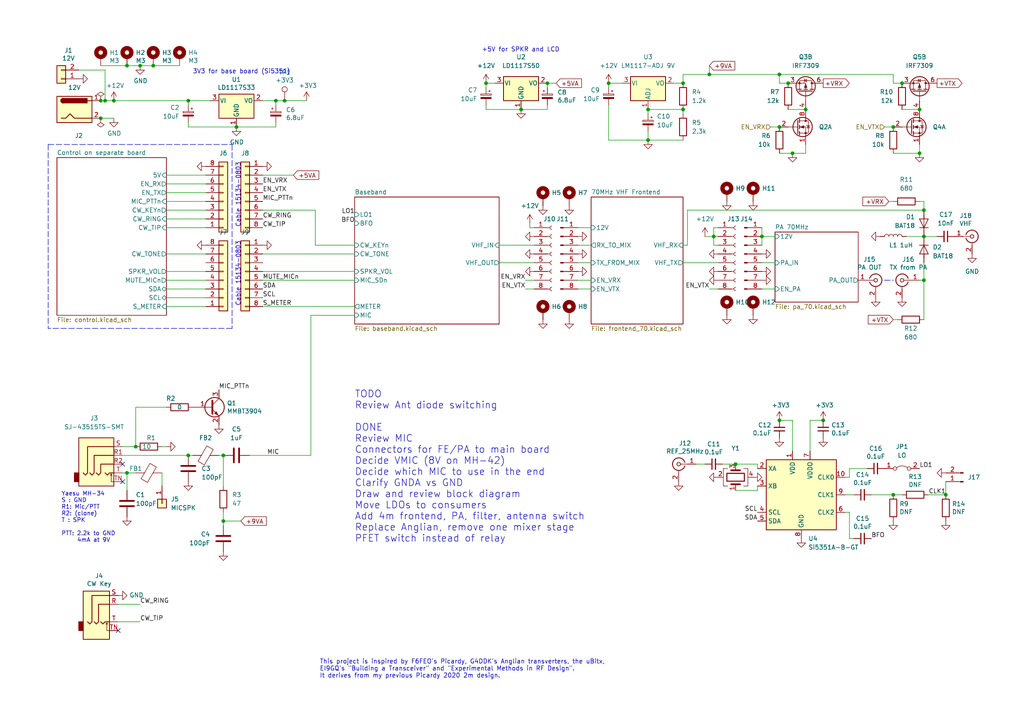
<source format=kicad_sch>
(kicad_sch (version 20211123) (generator eeschema)

  (uuid 7c83c304-769a-4be4-890e-297aba22b5b9)

  (paper "A4")

  (title_block
    (title "DART-70 TRX")
    (date "2023-01-22")
    (rev "0")
    (company "HB9EGM")
    (comment 1 "A 4m Band SSB/CW Transceiver")
  )

  

  (junction (at 29.21 29.21) (diameter 0) (color 0 0 0 0)
    (uuid 0a082e3d-5a37-45bf-9936-1925b33d6b4f)
  )
  (junction (at 228.6 24.13) (diameter 0) (color 0 0 0 0)
    (uuid 0d713598-e0d7-4b64-806d-d27b5ae84128)
  )
  (junction (at 259.08 143.51) (diameter 0) (color 0 0 0 0)
    (uuid 11ea7b85-b26d-4a7d-aaed-956352284452)
  )
  (junction (at 40.64 19.05) (diameter 0) (color 0 0 0 0)
    (uuid 130d74aa-cfde-4c45-8bfe-183aacd4590f)
  )
  (junction (at 266.7 44.45) (diameter 0) (color 0 0 0 0)
    (uuid 1379c036-b3e0-455b-b639-0f5dd015d03b)
  )
  (junction (at 198.12 24.13) (diameter 0) (color 0 0 0 0)
    (uuid 13b9a948-b29a-4475-8f42-f20ed3ed1c6a)
  )
  (junction (at 80.01 29.21) (diameter 0) (color 0 0 0 0)
    (uuid 1c29ab88-8089-4a9f-b0ec-e0493fb70d1a)
  )
  (junction (at 33.02 29.21) (diameter 0) (color 0 0 0 0)
    (uuid 1fa90692-7773-42d6-8ba8-8ed55432226b)
  )
  (junction (at 30.48 29.21) (diameter 0) (color 0 0 0 0)
    (uuid 248900dc-9b0b-4fb0-8b44-20e56324d88d)
  )
  (junction (at 29.21 34.29) (diameter 0) (color 0 0 0 0)
    (uuid 2bb5e7ab-7e6e-4e4b-8997-824caea277e9)
  )
  (junction (at 226.06 36.83) (diameter 0) (color 0 0 0 0)
    (uuid 2c691037-8de1-4537-a0ef-41ed59613839)
  )
  (junction (at 187.96 31.75) (diameter 0) (color 0 0 0 0)
    (uuid 398ec90b-61af-4d36-9539-63397d126e21)
  )
  (junction (at 226.06 121.92) (diameter 0) (color 0 0 0 0)
    (uuid 3c03082b-2981-4df2-bc33-6ce03d4158b2)
  )
  (junction (at 238.76 121.92) (diameter 0) (color 0 0 0 0)
    (uuid 4049e650-6035-45af-a547-48a992b127be)
  )
  (junction (at 198.12 31.75) (diameter 0) (color 0 0 0 0)
    (uuid 4242ccf2-3c4d-4a22-8247-2311c54121ff)
  )
  (junction (at 267.97 68.58) (diameter 0) (color 0 0 0 0)
    (uuid 43df9b13-487d-4795-8053-4ad8b2cbb873)
  )
  (junction (at 226.06 21.59) (diameter 0) (color 0 0 0 0)
    (uuid 4750ee37-26c3-426a-a03a-0a50ee4de791)
  )
  (junction (at 36.83 19.05) (diameter 0) (color 0 0 0 0)
    (uuid 48d3528f-d200-4dbf-87c6-2835721afb0e)
  )
  (junction (at 54.61 29.21) (diameter 0) (color 0 0 0 0)
    (uuid 547281cc-eb15-43de-9560-1b10e39a19ed)
  )
  (junction (at 233.68 31.75) (diameter 0) (color 0 0 0 0)
    (uuid 5591956a-807b-4208-83a4-6327422e118a)
  )
  (junction (at 39.37 129.54) (diameter 0) (color 0 0 0 0)
    (uuid 5cc7d9f6-bcf8-4ce3-a388-e95342b89483)
  )
  (junction (at 259.08 36.83) (diameter 0) (color 0 0 0 0)
    (uuid 906f16af-3f1b-4545-bda0-18ebce89ce96)
  )
  (junction (at 140.97 24.13) (diameter 0) (color 0 0 0 0)
    (uuid 91bb5e66-90e9-4aff-b233-5b8d53e4ad1c)
  )
  (junction (at 267.97 60.96) (diameter 0) (color 0 0 0 0)
    (uuid 97793736-d570-4f2c-8a66-106f7d23b4a8)
  )
  (junction (at 176.53 24.13) (diameter 0) (color 0 0 0 0)
    (uuid a01cdcc4-8ed1-4b36-8702-1b68481a60d9)
  )
  (junction (at 187.96 40.64) (diameter 0) (color 0 0 0 0)
    (uuid a13e5fb2-5800-4421-9e39-63277f01a71d)
  )
  (junction (at 82.55 29.21) (diameter 0) (color 0 0 0 0)
    (uuid a99cd17b-9938-46df-92bb-88378a42ecd6)
  )
  (junction (at 274.32 143.51) (diameter 0) (color 0 0 0 0)
    (uuid a9fed849-c0d2-45ff-802c-7da3e4c52c0a)
  )
  (junction (at 68.58 36.83) (diameter 0) (color 0 0 0 0)
    (uuid b0c265f7-c716-45d5-8397-630db4d2cf65)
  )
  (junction (at 205.74 21.59) (diameter 0) (color 0 0 0 0)
    (uuid b48c282b-d280-4718-bf3a-caf683cb767c)
  )
  (junction (at 64.77 151.13) (diameter 0) (color 0 0 0 0)
    (uuid b737254e-6fc5-401e-b41d-577a8b632512)
  )
  (junction (at 229.87 44.45) (diameter 0) (color 0 0 0 0)
    (uuid d26d0a63-c69d-4774-9fba-12ed686b99f6)
  )
  (junction (at 44.45 19.05) (diameter 0) (color 0 0 0 0)
    (uuid d4b4dbc7-e763-47b2-a6cb-b5c021db8bcc)
  )
  (junction (at 36.83 137.16) (diameter 0) (color 0 0 0 0)
    (uuid d4c3f5bf-47cb-4030-92b0-bec21d62f389)
  )
  (junction (at 261.62 24.13) (diameter 0) (color 0 0 0 0)
    (uuid d531b677-92b2-4589-8265-ffb9f0a9f471)
  )
  (junction (at 54.61 132.08) (diameter 0) (color 0 0 0 0)
    (uuid d7ecc3d2-2b6e-4e36-92b9-1b58fb257359)
  )
  (junction (at 64.77 132.08) (diameter 0) (color 0 0 0 0)
    (uuid d9abc64c-b691-4ece-b128-4f1d7b31754f)
  )
  (junction (at 267.97 81.28) (diameter 0) (color 0 0 0 0)
    (uuid e2d3e851-e172-407b-bae2-5f89da65f833)
  )
  (junction (at 220.98 68.58) (diameter 0) (color 0 0 0 0)
    (uuid e4e1f9d9-3c4f-40b9-b469-d4aa31f8fa0b)
  )
  (junction (at 158.75 24.13) (diameter 0) (color 0 0 0 0)
    (uuid eb69835d-9be6-45e6-b58c-d2902ddb8fb1)
  )
  (junction (at 266.7 31.75) (diameter 0) (color 0 0 0 0)
    (uuid eeabe6f1-2db7-4eed-bd0c-6e41b390284d)
  )
  (junction (at 151.13 31.75) (diameter 0) (color 0 0 0 0)
    (uuid f74be2ca-c140-4c85-937a-a008e4f4ddb7)
  )
  (junction (at 213.36 134.62) (diameter 0) (color 0 0 0 0)
    (uuid f8c9e2c3-818f-482b-ad48-f9fb56a455b0)
  )
  (junction (at 207.01 68.58) (diameter 0) (color 0 0 0 0)
    (uuid fe103db2-cb49-496f-a97e-9e6a1288beb5)
  )

  (no_connect (at 35.56 139.7) (uuid 891b06d0-7775-40c2-8d16-5452402b91d5))
  (no_connect (at 34.29 182.88) (uuid 9e56fb84-5b0b-47eb-9ee7-e24e7c08829b))
  (no_connect (at 35.56 134.62) (uuid b2135387-8c57-44ac-8ab3-29b54b43f871))

  (polyline (pts (xy 256.54 81.28) (xy 259.08 81.28))
    (stroke (width 0) (type default) (color 0 0 0 0))
    (uuid 0001e022-bec2-4d62-9a4d-7f842d1f79be)
  )

  (wire (pts (xy 29.21 34.29) (xy 33.02 34.29))
    (stroke (width 0) (type default) (color 0 0 0 0))
    (uuid 002154dd-fd21-426e-8f51-d82382197384)
  )
  (wire (pts (xy 64.77 132.08) (xy 64.77 140.97))
    (stroke (width 0) (type default) (color 0 0 0 0))
    (uuid 008a59ee-36fb-4f36-a8b0-5cc99b1e8598)
  )
  (wire (pts (xy 220.98 68.58) (xy 224.79 68.58))
    (stroke (width 0) (type default) (color 0 0 0 0))
    (uuid 01ac92ba-5cd1-46c2-8ba4-cce3dbf5bdfe)
  )
  (wire (pts (xy 144.78 76.2) (xy 154.94 76.2))
    (stroke (width 0) (type default) (color 0 0 0 0))
    (uuid 05b80f11-716a-4d47-806e-b508d9c8845d)
  )
  (wire (pts (xy 246.38 138.43) (xy 245.11 138.43))
    (stroke (width 0) (type default) (color 0 0 0 0))
    (uuid 05f6334e-7131-4999-b788-1681af60d6df)
  )
  (wire (pts (xy 204.47 68.58) (xy 207.01 68.58))
    (stroke (width 0) (type default) (color 0 0 0 0))
    (uuid 083f0ed2-b3a6-4099-9652-454220d86a40)
  )
  (wire (pts (xy 167.64 66.04) (xy 171.45 66.04))
    (stroke (width 0) (type default) (color 0 0 0 0))
    (uuid 087385f5-4257-4376-b1f3-18d9f73513a6)
  )
  (wire (pts (xy 205.74 21.59) (xy 198.12 21.59))
    (stroke (width 0) (type default) (color 0 0 0 0))
    (uuid 09d1af20-c357-48ec-a10f-915c880f15b6)
  )
  (wire (pts (xy 158.75 24.13) (xy 158.75 25.4))
    (stroke (width 0) (type default) (color 0 0 0 0))
    (uuid 09fbb099-19ff-4c9e-b717-ff9eedac992b)
  )
  (wire (pts (xy 140.97 30.48) (xy 140.97 31.75))
    (stroke (width 0) (type default) (color 0 0 0 0))
    (uuid 0a3a19af-7bfa-4df3-9b73-b98420c4a518)
  )
  (wire (pts (xy 36.83 19.05) (xy 40.64 19.05))
    (stroke (width 0) (type default) (color 0 0 0 0))
    (uuid 0aad0e8d-0747-412b-85ac-039bbac4ff5e)
  )
  (wire (pts (xy 266.7 41.91) (xy 266.7 44.45))
    (stroke (width 0) (type default) (color 0 0 0 0))
    (uuid 0b3a2a48-0270-494e-962a-3658a00a0875)
  )
  (wire (pts (xy 144.78 71.12) (xy 154.94 71.12))
    (stroke (width 0) (type default) (color 0 0 0 0))
    (uuid 0c548c29-4675-455c-b4eb-39554b0e0db8)
  )
  (wire (pts (xy 54.61 29.21) (xy 54.61 30.48))
    (stroke (width 0) (type default) (color 0 0 0 0))
    (uuid 11b5652b-07d3-428f-98d5-c354cf3693b1)
  )
  (wire (pts (xy 267.97 58.42) (xy 266.7 58.42))
    (stroke (width 0) (type default) (color 0 0 0 0))
    (uuid 1365db47-3e50-475d-8b7e-e1db17b616fc)
  )
  (wire (pts (xy 140.97 31.75) (xy 151.13 31.75))
    (stroke (width 0) (type default) (color 0 0 0 0))
    (uuid 160e3a4c-588b-4e79-ac75-f98bf80b7e0b)
  )
  (wire (pts (xy 85.09 50.8) (xy 76.2 50.8))
    (stroke (width 0) (type default) (color 0 0 0 0))
    (uuid 16f4aa89-10b3-4c19-aee2-b110182c6854)
  )
  (wire (pts (xy 80.01 29.21) (xy 82.55 29.21))
    (stroke (width 0) (type default) (color 0 0 0 0))
    (uuid 17ba5b19-2b5b-474e-9c14-1c7d35991587)
  )
  (wire (pts (xy 198.12 31.75) (xy 198.12 33.02))
    (stroke (width 0) (type default) (color 0 0 0 0))
    (uuid 17fc291b-23f9-4de7-9168-978b13dcd03c)
  )
  (wire (pts (xy 220.98 83.82) (xy 224.79 83.82))
    (stroke (width 0) (type default) (color 0 0 0 0))
    (uuid 19a6b424-c553-4be2-9c2f-6b5d041d6f35)
  )
  (wire (pts (xy 48.26 88.9) (xy 59.69 88.9))
    (stroke (width 0) (type default) (color 0 0 0 0))
    (uuid 1de35109-2490-47e3-8be5-ab22f13c6848)
  )
  (wire (pts (xy 48.26 50.8) (xy 59.69 50.8))
    (stroke (width 0) (type default) (color 0 0 0 0))
    (uuid 1ef50cec-8701-41c9-a796-aac175c3bcb1)
  )
  (wire (pts (xy 180.34 24.13) (xy 176.53 24.13))
    (stroke (width 0) (type default) (color 0 0 0 0))
    (uuid 2199bdfc-0462-4363-af5e-16d8e19d600a)
  )
  (wire (pts (xy 207.01 68.58) (xy 207.01 66.04))
    (stroke (width 0) (type default) (color 0 0 0 0))
    (uuid 22dcd381-de7e-4770-b1fc-5b1585b1e01c)
  )
  (wire (pts (xy 152.4 83.82) (xy 154.94 83.82))
    (stroke (width 0) (type default) (color 0 0 0 0))
    (uuid 257ea06f-4fb4-4041-9548-2259364176a6)
  )
  (wire (pts (xy 54.61 29.21) (xy 60.96 29.21))
    (stroke (width 0) (type default) (color 0 0 0 0))
    (uuid 28eca374-9b5c-4480-a1a6-52ddcbb57db2)
  )
  (wire (pts (xy 245.11 143.51) (xy 247.65 143.51))
    (stroke (width 0) (type default) (color 0 0 0 0))
    (uuid 2a86319a-5a94-4745-ad80-6b5c02f72e82)
  )
  (polyline (pts (xy 67.31 41.91) (xy 67.31 95.25))
    (stroke (width 0) (type default) (color 0 0 0 0))
    (uuid 2df6f517-3da3-4761-bd39-ad71c01eb424)
  )

  (wire (pts (xy 205.74 83.82) (xy 208.28 83.82))
    (stroke (width 0) (type default) (color 0 0 0 0))
    (uuid 2e8990ed-fee4-46e0-a5d6-572eb84d7bbe)
  )
  (wire (pts (xy 267.97 81.28) (xy 267.97 92.71))
    (stroke (width 0) (type default) (color 0 0 0 0))
    (uuid 2fc55029-8596-42f8-a5b7-345105f5a387)
  )
  (wire (pts (xy 76.2 88.9) (xy 102.87 88.9))
    (stroke (width 0) (type default) (color 0 0 0 0))
    (uuid 311d4ef9-a0ea-4e8e-b65b-70e91af2608e)
  )
  (wire (pts (xy 187.96 40.64) (xy 198.12 40.64))
    (stroke (width 0) (type default) (color 0 0 0 0))
    (uuid 33f01d9a-6abc-40a9-9b6b-d34bddbf731f)
  )
  (wire (pts (xy 256.54 36.83) (xy 259.08 36.83))
    (stroke (width 0) (type default) (color 0 0 0 0))
    (uuid 345987da-5aa5-4c5e-90e1-ddf0086ed5fb)
  )
  (wire (pts (xy 153.67 64.77) (xy 153.67 66.04))
    (stroke (width 0) (type default) (color 0 0 0 0))
    (uuid 3e9b82a4-d9cb-49e4-825f-83213cf846fe)
  )
  (wire (pts (xy 262.89 68.58) (xy 267.97 68.58))
    (stroke (width 0) (type default) (color 0 0 0 0))
    (uuid 3eb66799-e8b0-416b-a9e5-17fd18188e1b)
  )
  (wire (pts (xy 48.26 53.34) (xy 59.69 53.34))
    (stroke (width 0) (type default) (color 0 0 0 0))
    (uuid 3f726201-a2b0-494c-bb67-0bed26cc560f)
  )
  (wire (pts (xy 158.75 31.75) (xy 151.13 31.75))
    (stroke (width 0) (type default) (color 0 0 0 0))
    (uuid 443127ca-ab31-4ac0-90cc-723625487807)
  )
  (wire (pts (xy 195.58 24.13) (xy 198.12 24.13))
    (stroke (width 0) (type default) (color 0 0 0 0))
    (uuid 4435e8ff-b63e-4b32-81db-49caa0dd6c5f)
  )
  (wire (pts (xy 48.26 55.88) (xy 59.69 55.88))
    (stroke (width 0) (type default) (color 0 0 0 0))
    (uuid 475d7116-2e26-4a72-942e-766ab472ca0d)
  )
  (wire (pts (xy 198.12 21.59) (xy 198.12 24.13))
    (stroke (width 0) (type default) (color 0 0 0 0))
    (uuid 4c57c394-f97c-4a0b-80d4-0b5157781c3b)
  )
  (wire (pts (xy 199.39 60.96) (xy 267.97 60.96))
    (stroke (width 0) (type default) (color 0 0 0 0))
    (uuid 4cb05072-e4ec-4ace-9793-ec8663b33a48)
  )
  (wire (pts (xy 261.62 31.75) (xy 266.7 31.75))
    (stroke (width 0) (type default) (color 0 0 0 0))
    (uuid 4d5acc98-17ff-4e60-af52-349a1269dddf)
  )
  (wire (pts (xy 220.98 66.04) (xy 220.98 68.58))
    (stroke (width 0) (type default) (color 0 0 0 0))
    (uuid 51ff27b9-f9f9-45f2-b9f3-2b930513405d)
  )
  (wire (pts (xy 167.64 81.28) (xy 171.45 81.28))
    (stroke (width 0) (type default) (color 0 0 0 0))
    (uuid 52d9d6dd-4266-418b-bf9a-446977053e6f)
  )
  (wire (pts (xy 266.7 81.28) (xy 267.97 81.28))
    (stroke (width 0) (type default) (color 0 0 0 0))
    (uuid 566a1dfd-871f-4bc8-98fc-32631eb16c5b)
  )
  (wire (pts (xy 48.26 78.74) (xy 59.69 78.74))
    (stroke (width 0) (type default) (color 0 0 0 0))
    (uuid 56cb3f92-2c0e-42ee-84b9-de64810b5c8d)
  )
  (wire (pts (xy 29.21 19.05) (xy 36.83 19.05))
    (stroke (width 0) (type default) (color 0 0 0 0))
    (uuid 579d81c4-8fa6-40d5-b99a-d160787b45b9)
  )
  (wire (pts (xy 205.74 19.05) (xy 205.74 21.59))
    (stroke (width 0) (type default) (color 0 0 0 0))
    (uuid 5afca071-0542-406b-83f5-f8ed30e05c4c)
  )
  (wire (pts (xy 76.2 78.74) (xy 102.87 78.74))
    (stroke (width 0) (type default) (color 0 0 0 0))
    (uuid 5cd8bda4-22ef-4084-8249-44fe15f1fc0e)
  )
  (wire (pts (xy 259.08 21.59) (xy 226.06 21.59))
    (stroke (width 0) (type default) (color 0 0 0 0))
    (uuid 5ea05504-bb96-4847-90cf-26cb1afd4244)
  )
  (wire (pts (xy 46.99 137.16) (xy 46.99 140.97))
    (stroke (width 0) (type default) (color 0 0 0 0))
    (uuid 601c5479-68c8-4d7c-bbde-860bd11a7597)
  )
  (wire (pts (xy 152.4 81.28) (xy 154.94 81.28))
    (stroke (width 0) (type default) (color 0 0 0 0))
    (uuid 622f00d8-5ad7-46ce-ad73-dd9d4ed09081)
  )
  (wire (pts (xy 33.02 29.21) (xy 54.61 29.21))
    (stroke (width 0) (type default) (color 0 0 0 0))
    (uuid 6465c817-6f2e-4e62-ac9d-f9a1d93df9e1)
  )
  (wire (pts (xy 251.46 135.89) (xy 246.38 135.89))
    (stroke (width 0) (type default) (color 0 0 0 0))
    (uuid 64e90390-0f4c-4cc1-bafa-363ce23516e9)
  )
  (wire (pts (xy 246.38 156.21) (xy 246.38 148.59))
    (stroke (width 0) (type default) (color 0 0 0 0))
    (uuid 65dd0601-a23d-4c5d-b924-966fc498cbfc)
  )
  (wire (pts (xy 259.08 92.71) (xy 260.35 92.71))
    (stroke (width 0) (type default) (color 0 0 0 0))
    (uuid 65fd1318-4897-4656-baf4-cc1aa4efc50e)
  )
  (wire (pts (xy 233.68 44.45) (xy 229.87 44.45))
    (stroke (width 0) (type default) (color 0 0 0 0))
    (uuid 67fd7240-7a2e-4504-8c70-47b3112c634e)
  )
  (wire (pts (xy 246.38 148.59) (xy 245.11 148.59))
    (stroke (width 0) (type default) (color 0 0 0 0))
    (uuid 699bee8c-8bc3-4aa6-b4ed-0aa4d255078a)
  )
  (wire (pts (xy 234.95 121.92) (xy 234.95 130.81))
    (stroke (width 0) (type default) (color 0 0 0 0))
    (uuid 6b09c60c-c53b-47dd-b8b8-94f682cd2086)
  )
  (wire (pts (xy 48.26 81.28) (xy 59.69 81.28))
    (stroke (width 0) (type default) (color 0 0 0 0))
    (uuid 6c2583d2-6254-4856-a6b8-160d5f6a3f99)
  )
  (wire (pts (xy 207.01 71.12) (xy 207.01 68.58))
    (stroke (width 0) (type default) (color 0 0 0 0))
    (uuid 71e59ea6-1d95-41dd-aaff-b947e8d6629b)
  )
  (wire (pts (xy 36.83 137.16) (xy 39.37 137.16))
    (stroke (width 0) (type default) (color 0 0 0 0))
    (uuid 735e33ba-0601-4acb-983d-1656020ec14e)
  )
  (wire (pts (xy 259.08 24.13) (xy 261.62 24.13))
    (stroke (width 0) (type default) (color 0 0 0 0))
    (uuid 73697aae-1f79-401a-bdaa-9ebc2f2340de)
  )
  (wire (pts (xy 140.97 24.13) (xy 140.97 25.4))
    (stroke (width 0) (type default) (color 0 0 0 0))
    (uuid 7471700d-9a5d-406e-b9fc-bdeed49379fa)
  )
  (wire (pts (xy 30.48 29.21) (xy 33.02 29.21))
    (stroke (width 0) (type default) (color 0 0 0 0))
    (uuid 74760d5b-303c-4603-ac2e-6b5209546581)
  )
  (wire (pts (xy 167.64 76.2) (xy 171.45 76.2))
    (stroke (width 0) (type default) (color 0 0 0 0))
    (uuid 7887f659-7796-4d20-b8ec-45fe37db4d3b)
  )
  (wire (pts (xy 22.86 20.32) (xy 30.48 20.32))
    (stroke (width 0) (type default) (color 0 0 0 0))
    (uuid 79aced1b-30d4-4883-86bf-8a38d664736a)
  )
  (wire (pts (xy 252.73 143.51) (xy 259.08 143.51))
    (stroke (width 0) (type default) (color 0 0 0 0))
    (uuid 7d4200e5-e280-4699-af56-048ba84247d3)
  )
  (wire (pts (xy 55.88 132.08) (xy 54.61 132.08))
    (stroke (width 0) (type default) (color 0 0 0 0))
    (uuid 7fcd6903-4017-464e-a708-1e51b67dd39f)
  )
  (wire (pts (xy 259.08 58.42) (xy 257.81 58.42))
    (stroke (width 0) (type default) (color 0 0 0 0))
    (uuid 8025fc94-e615-4b56-8bf2-4787b89136f5)
  )
  (wire (pts (xy 198.12 76.2) (xy 208.28 76.2))
    (stroke (width 0) (type default) (color 0 0 0 0))
    (uuid 80c9eaaa-abb4-4304-825a-1964608b4c6b)
  )
  (wire (pts (xy 153.67 66.04) (xy 154.94 66.04))
    (stroke (width 0) (type default) (color 0 0 0 0))
    (uuid 814385ff-48a3-478a-9a33-47cb468f9486)
  )
  (wire (pts (xy 64.77 151.13) (xy 69.85 151.13))
    (stroke (width 0) (type default) (color 0 0 0 0))
    (uuid 816e41e9-8ef8-4e70-a70f-02175bdc97c4)
  )
  (polyline (pts (xy 13.97 41.91) (xy 13.97 95.25))
    (stroke (width 0) (type default) (color 0 0 0 0))
    (uuid 834eed63-98bc-4692-be8a-6868d5c838d4)
  )

  (wire (pts (xy 48.26 66.04) (xy 59.69 66.04))
    (stroke (width 0) (type default) (color 0 0 0 0))
    (uuid 836458d9-8a3b-4d53-aaf1-9cc6ec2305f2)
  )
  (wire (pts (xy 229.87 44.45) (xy 226.06 44.45))
    (stroke (width 0) (type default) (color 0 0 0 0))
    (uuid 86c60f4b-4421-4865-beff-ed93adca8ac2)
  )
  (wire (pts (xy 76.2 81.28) (xy 102.87 81.28))
    (stroke (width 0) (type default) (color 0 0 0 0))
    (uuid 8b38ff0f-fed5-4ee4-8847-6ec4f4b389a9)
  )
  (wire (pts (xy 48.26 86.36) (xy 59.69 86.36))
    (stroke (width 0) (type default) (color 0 0 0 0))
    (uuid 8c8438c2-dfb5-4131-857c-1ad8997220ea)
  )
  (wire (pts (xy 247.65 156.21) (xy 246.38 156.21))
    (stroke (width 0) (type default) (color 0 0 0 0))
    (uuid 8e0abe23-8e7e-48a9-af11-f26197bd8fbf)
  )
  (wire (pts (xy 176.53 30.48) (xy 176.53 40.64))
    (stroke (width 0) (type default) (color 0 0 0 0))
    (uuid 8f5c2a3a-b2da-434e-8810-9da52a5e413a)
  )
  (wire (pts (xy 64.77 148.59) (xy 64.77 151.13))
    (stroke (width 0) (type default) (color 0 0 0 0))
    (uuid 91c438b1-678d-4a85-be0e-771bfbc58931)
  )
  (wire (pts (xy 228.6 31.75) (xy 233.68 31.75))
    (stroke (width 0) (type default) (color 0 0 0 0))
    (uuid 92dfb53a-5556-47b1-8088-214aebbc803d)
  )
  (wire (pts (xy 102.87 91.44) (xy 90.17 91.44))
    (stroke (width 0) (type default) (color 0 0 0 0))
    (uuid 935427ba-97bd-4319-b38c-51b473619c8a)
  )
  (wire (pts (xy 161.29 24.13) (xy 158.75 24.13))
    (stroke (width 0) (type default) (color 0 0 0 0))
    (uuid 96be79a1-62cf-49c6-9df3-c0c58247bc91)
  )
  (wire (pts (xy 158.75 30.48) (xy 158.75 31.75))
    (stroke (width 0) (type default) (color 0 0 0 0))
    (uuid 96e30a9c-78b6-4d1a-bc72-6cbdc7743876)
  )
  (wire (pts (xy 90.17 91.44) (xy 90.17 132.08))
    (stroke (width 0) (type default) (color 0 0 0 0))
    (uuid 9792cf44-3261-4d9f-8ae0-31fdeec0dc70)
  )
  (wire (pts (xy 207.01 66.04) (xy 208.28 66.04))
    (stroke (width 0) (type default) (color 0 0 0 0))
    (uuid 9991203b-a07d-48db-9b05-ed716414c92f)
  )
  (wire (pts (xy 54.61 35.56) (xy 54.61 36.83))
    (stroke (width 0) (type default) (color 0 0 0 0))
    (uuid 99f8394d-1325-4f0e-9ed0-19dceab6e1f9)
  )
  (wire (pts (xy 238.76 121.92) (xy 234.95 121.92))
    (stroke (width 0) (type default) (color 0 0 0 0))
    (uuid 9d3a7a2b-8bae-4d82-8634-16a99f57e389)
  )
  (wire (pts (xy 223.52 36.83) (xy 226.06 36.83))
    (stroke (width 0) (type default) (color 0 0 0 0))
    (uuid a057c374-c462-4764-bd16-2c00eef92afa)
  )
  (wire (pts (xy 34.29 175.26) (xy 40.64 175.26))
    (stroke (width 0) (type default) (color 0 0 0 0))
    (uuid a1abde39-78d5-402d-bb1c-75243c61d29b)
  )
  (wire (pts (xy 48.26 58.42) (xy 59.69 58.42))
    (stroke (width 0) (type default) (color 0 0 0 0))
    (uuid a2c10dec-c0b0-471a-b75e-c1a8452900c1)
  )
  (wire (pts (xy 220.98 68.58) (xy 220.98 71.12))
    (stroke (width 0) (type default) (color 0 0 0 0))
    (uuid a40b6a6f-dc57-45f8-9beb-e6dbac2dd670)
  )
  (wire (pts (xy 63.5 132.08) (xy 64.77 132.08))
    (stroke (width 0) (type default) (color 0 0 0 0))
    (uuid a5f4f26e-4b82-496f-b7bb-4ed4211f8100)
  )
  (wire (pts (xy 54.61 36.83) (xy 68.58 36.83))
    (stroke (width 0) (type default) (color 0 0 0 0))
    (uuid a69bb6f5-978b-49bb-9446-4ec9cfe4501e)
  )
  (wire (pts (xy 259.08 21.59) (xy 259.08 24.13))
    (stroke (width 0) (type default) (color 0 0 0 0))
    (uuid a7349b87-3477-4ba5-bc62-3587f94ab817)
  )
  (wire (pts (xy 267.97 58.42) (xy 267.97 60.96))
    (stroke (width 0) (type default) (color 0 0 0 0))
    (uuid a8465ca8-68f9-4eee-904b-5bbfa483a6ff)
  )
  (wire (pts (xy 36.83 142.24) (xy 36.83 137.16))
    (stroke (width 0) (type default) (color 0 0 0 0))
    (uuid a8d341ec-3332-4d82-8a1f-e52e32f564f1)
  )
  (wire (pts (xy 88.9 29.21) (xy 82.55 29.21))
    (stroke (width 0) (type default) (color 0 0 0 0))
    (uuid a93dd5f3-ded3-42da-9f3d-78740a5a5bff)
  )
  (wire (pts (xy 48.26 83.82) (xy 59.69 83.82))
    (stroke (width 0) (type default) (color 0 0 0 0))
    (uuid ac0ae1b6-d482-4675-aec8-4c2f8c7318db)
  )
  (wire (pts (xy 226.06 21.59) (xy 205.74 21.59))
    (stroke (width 0) (type default) (color 0 0 0 0))
    (uuid ad76707e-1f2e-4941-86a0-50951acd24bc)
  )
  (wire (pts (xy 176.53 40.64) (xy 187.96 40.64))
    (stroke (width 0) (type default) (color 0 0 0 0))
    (uuid aed0a299-8aa6-4a50-b993-c38efe5fdd7a)
  )
  (wire (pts (xy 176.53 24.13) (xy 176.53 25.4))
    (stroke (width 0) (type default) (color 0 0 0 0))
    (uuid b1ea2466-2371-4b96-9289-6c42e0f0b899)
  )
  (wire (pts (xy 208.28 68.58) (xy 207.01 68.58))
    (stroke (width 0) (type default) (color 0 0 0 0))
    (uuid b2567046-fd9d-4b4e-9692-c6e5bb919428)
  )
  (polyline (pts (xy 13.97 41.91) (xy 67.31 41.91))
    (stroke (width 0) (type default) (color 0 0 0 0))
    (uuid b3f67849-c79e-4262-b803-d461d1887604)
  )
  (polyline (pts (xy 67.31 95.25) (xy 13.97 95.25))
    (stroke (width 0) (type default) (color 0 0 0 0))
    (uuid b415a656-e3e5-4629-aa6c-6a23a847c576)
  )

  (wire (pts (xy 266.7 44.45) (xy 259.08 44.45))
    (stroke (width 0) (type default) (color 0 0 0 0))
    (uuid b5cbe891-dcdf-4951-8f0a-b2c28e4293cd)
  )
  (wire (pts (xy 199.39 60.96) (xy 199.39 71.12))
    (stroke (width 0) (type default) (color 0 0 0 0))
    (uuid b7171b4c-eca6-40ec-b421-389a14cba197)
  )
  (wire (pts (xy 48.26 63.5) (xy 59.69 63.5))
    (stroke (width 0) (type default) (color 0 0 0 0))
    (uuid bb13b6c6-7b88-4971-969d-518c0a6e43cc)
  )
  (wire (pts (xy 226.06 24.13) (xy 228.6 24.13))
    (stroke (width 0) (type default) (color 0 0 0 0))
    (uuid bb78f99c-6783-4afe-a661-68817d4180ab)
  )
  (wire (pts (xy 246.38 135.89) (xy 246.38 138.43))
    (stroke (width 0) (type default) (color 0 0 0 0))
    (uuid bcb20d96-4c0e-4c98-a263-0cdd41ab15e5)
  )
  (wire (pts (xy 187.96 38.1) (xy 187.96 40.64))
    (stroke (width 0) (type default) (color 0 0 0 0))
    (uuid bda7a16e-b931-4d51-b769-ff5809beef5f)
  )
  (wire (pts (xy 199.39 71.12) (xy 198.12 71.12))
    (stroke (width 0) (type default) (color 0 0 0 0))
    (uuid be34fe28-91db-4153-a910-bbfafd34e127)
  )
  (wire (pts (xy 35.56 129.54) (xy 39.37 129.54))
    (stroke (width 0) (type default) (color 0 0 0 0))
    (uuid bf7e6467-20df-4f97-b158-e22e9c63a13b)
  )
  (wire (pts (xy 48.26 60.96) (xy 59.69 60.96))
    (stroke (width 0) (type default) (color 0 0 0 0))
    (uuid bfce1213-d511-4811-bc9d-beb994b8b9fe)
  )
  (wire (pts (xy 229.87 121.92) (xy 229.87 130.81))
    (stroke (width 0) (type default) (color 0 0 0 0))
    (uuid c24d03f2-5bff-4d74-88e5-481cd2f1e035)
  )
  (wire (pts (xy 36.83 137.16) (xy 35.56 137.16))
    (stroke (width 0) (type default) (color 0 0 0 0))
    (uuid c2bffc4c-3205-4eb4-b359-339ae5964aa6)
  )
  (wire (pts (xy 35.56 132.08) (xy 54.61 132.08))
    (stroke (width 0) (type default) (color 0 0 0 0))
    (uuid c36a02cf-e3ab-41a0-a53f-62781e2f4d5a)
  )
  (wire (pts (xy 274.32 143.51) (xy 274.32 139.7))
    (stroke (width 0) (type default) (color 0 0 0 0))
    (uuid c48e879f-0b64-4f86-a8cf-003dbff29c4e)
  )
  (wire (pts (xy 76.2 73.66) (xy 102.87 73.66))
    (stroke (width 0) (type default) (color 0 0 0 0))
    (uuid cb987807-5979-49b5-8522-334a69d0b59b)
  )
  (wire (pts (xy 261.62 143.51) (xy 259.08 143.51))
    (stroke (width 0) (type default) (color 0 0 0 0))
    (uuid cbbfb5e5-7e85-4367-b6a7-9b21fc6d9e17)
  )
  (wire (pts (xy 213.36 142.24) (xy 219.71 142.24))
    (stroke (width 0) (type default) (color 0 0 0 0))
    (uuid cc89f37d-2221-4ee8-a763-21432c733f93)
  )
  (wire (pts (xy 76.2 29.21) (xy 80.01 29.21))
    (stroke (width 0) (type default) (color 0 0 0 0))
    (uuid cdc3b2bb-9f60-476c-ac94-bf550b6e7b5e)
  )
  (wire (pts (xy 233.68 41.91) (xy 233.68 44.45))
    (stroke (width 0) (type default) (color 0 0 0 0))
    (uuid cdf8245b-2e03-441d-8536-8e14a3d0d2ff)
  )
  (wire (pts (xy 226.06 121.92) (xy 229.87 121.92))
    (stroke (width 0) (type default) (color 0 0 0 0))
    (uuid ceb52c7a-a12c-449a-be98-109b3a3bd409)
  )
  (wire (pts (xy 29.21 29.21) (xy 30.48 29.21))
    (stroke (width 0) (type default) (color 0 0 0 0))
    (uuid d18620ef-44b4-47e8-b939-bb0398e91c85)
  )
  (wire (pts (xy 48.26 118.11) (xy 39.37 118.11))
    (stroke (width 0) (type default) (color 0 0 0 0))
    (uuid d1ce4cd2-0109-47a9-93f8-38c475604c2d)
  )
  (wire (pts (xy 72.39 132.08) (xy 90.17 132.08))
    (stroke (width 0) (type default) (color 0 0 0 0))
    (uuid d3155823-164e-414b-a9b1-daa66df8bb6f)
  )
  (wire (pts (xy 208.28 71.12) (xy 207.01 71.12))
    (stroke (width 0) (type default) (color 0 0 0 0))
    (uuid d4867c18-2716-4853-ab72-4df6a9980642)
  )
  (wire (pts (xy 91.44 60.96) (xy 76.2 60.96))
    (stroke (width 0) (type default) (color 0 0 0 0))
    (uuid d4dea28c-2f1d-4f2b-9141-90634cbd9401)
  )
  (wire (pts (xy 219.71 134.62) (xy 219.71 135.89))
    (stroke (width 0) (type default) (color 0 0 0 0))
    (uuid d51dda35-7a1a-4d41-817a-7bb1f7f6ffd4)
  )
  (wire (pts (xy 40.64 19.05) (xy 44.45 19.05))
    (stroke (width 0) (type default) (color 0 0 0 0))
    (uuid d5d26400-826e-40a5-a7b1-6a9ebbaedfb4)
  )
  (wire (pts (xy 271.78 68.58) (xy 267.97 68.58))
    (stroke (width 0) (type default) (color 0 0 0 0))
    (uuid d62cfc4c-5e25-471a-be1e-d5cbaecce182)
  )
  (wire (pts (xy 48.26 73.66) (xy 59.69 73.66))
    (stroke (width 0) (type default) (color 0 0 0 0))
    (uuid dc5747ab-76be-4b9c-9c8e-2d26c29683ce)
  )
  (wire (pts (xy 140.97 24.13) (xy 143.51 24.13))
    (stroke (width 0) (type default) (color 0 0 0 0))
    (uuid dd927172-6a9a-406f-a951-4e7f78cebb7b)
  )
  (wire (pts (xy 91.44 71.12) (xy 91.44 60.96))
    (stroke (width 0) (type default) (color 0 0 0 0))
    (uuid de3779df-679b-4989-96e3-142247b3a611)
  )
  (wire (pts (xy 44.45 19.05) (xy 52.07 19.05))
    (stroke (width 0) (type default) (color 0 0 0 0))
    (uuid dfd58d9e-0c03-4a20-9983-0d32c26093d8)
  )
  (wire (pts (xy 68.58 36.83) (xy 80.01 36.83))
    (stroke (width 0) (type default) (color 0 0 0 0))
    (uuid e264f0d9-6386-4838-a810-81df8032f681)
  )
  (wire (pts (xy 30.48 20.32) (xy 30.48 29.21))
    (stroke (width 0) (type default) (color 0 0 0 0))
    (uuid e49f1b40-a83b-4b72-93d7-dd44349357c4)
  )
  (wire (pts (xy 34.29 180.34) (xy 40.64 180.34))
    (stroke (width 0) (type default) (color 0 0 0 0))
    (uuid e7ac32f0-5e71-4c65-ac6f-730f4731f5f7)
  )
  (wire (pts (xy 274.32 143.51) (xy 269.24 143.51))
    (stroke (width 0) (type default) (color 0 0 0 0))
    (uuid ea6f4611-7eac-4b21-b232-fff65a738b95)
  )
  (wire (pts (xy 209.55 134.62) (xy 213.36 134.62))
    (stroke (width 0) (type default) (color 0 0 0 0))
    (uuid ea97e745-2bac-4983-a78b-499e0f8d7b6d)
  )
  (wire (pts (xy 187.96 31.75) (xy 198.12 31.75))
    (stroke (width 0) (type default) (color 0 0 0 0))
    (uuid eb9b3733-e4ec-4731-87f1-5f6fd8f11a68)
  )
  (wire (pts (xy 46.99 129.54) (xy 48.26 129.54))
    (stroke (width 0) (type default) (color 0 0 0 0))
    (uuid ec3f3094-faf1-4e21-bd96-d842704479de)
  )
  (wire (pts (xy 220.98 76.2) (xy 224.79 76.2))
    (stroke (width 0) (type default) (color 0 0 0 0))
    (uuid ec9ab5ce-9c00-44e5-a77e-bb465908cae4)
  )
  (wire (pts (xy 167.64 71.12) (xy 171.45 71.12))
    (stroke (width 0) (type default) (color 0 0 0 0))
    (uuid ecfe8984-0282-4208-8f3d-aa8b3adb9dd8)
  )
  (wire (pts (xy 39.37 118.11) (xy 39.37 129.54))
    (stroke (width 0) (type default) (color 0 0 0 0))
    (uuid f142e195-1e8c-4d80-b290-cc6d513aa04c)
  )
  (wire (pts (xy 102.87 71.12) (xy 91.44 71.12))
    (stroke (width 0) (type default) (color 0 0 0 0))
    (uuid f22441fb-3978-4762-b6a3-6def4069e413)
  )
  (wire (pts (xy 204.47 134.62) (xy 201.93 134.62))
    (stroke (width 0) (type default) (color 0 0 0 0))
    (uuid f38fd353-54b3-403a-9387-7ff36888e6a9)
  )
  (wire (pts (xy 213.36 134.62) (xy 219.71 134.62))
    (stroke (width 0) (type default) (color 0 0 0 0))
    (uuid f7008c47-327e-4961-9c20-bbaf09b0d636)
  )
  (wire (pts (xy 219.71 142.24) (xy 219.71 140.97))
    (stroke (width 0) (type default) (color 0 0 0 0))
    (uuid f841e691-04bf-4057-bcb4-476ba3910c05)
  )
  (wire (pts (xy 167.64 83.82) (xy 171.45 83.82))
    (stroke (width 0) (type default) (color 0 0 0 0))
    (uuid f9b69a05-45f9-4bdb-aa7e-f2da8c731fea)
  )
  (wire (pts (xy 267.97 76.2) (xy 267.97 81.28))
    (stroke (width 0) (type default) (color 0 0 0 0))
    (uuid fa186e4d-5679-4648-97be-d46dd5fe54d1)
  )
  (wire (pts (xy 80.01 35.56) (xy 80.01 36.83))
    (stroke (width 0) (type default) (color 0 0 0 0))
    (uuid fc244ca3-4412-44ac-b1f3-44d00d15b5ac)
  )
  (wire (pts (xy 187.96 31.75) (xy 187.96 33.02))
    (stroke (width 0) (type default) (color 0 0 0 0))
    (uuid fc4a7459-1bb4-4226-8823-ec552cb8417e)
  )
  (wire (pts (xy 64.77 151.13) (xy 64.77 152.4))
    (stroke (width 0) (type default) (color 0 0 0 0))
    (uuid fc8f874d-5a84-429e-8ecd-26a90c78fa0d)
  )
  (wire (pts (xy 226.06 21.59) (xy 226.06 24.13))
    (stroke (width 0) (type default) (color 0 0 0 0))
    (uuid fe8a3f3f-3126-421d-b59c-37217ed6f49c)
  )
  (wire (pts (xy 80.01 29.21) (xy 80.01 30.48))
    (stroke (width 0) (type default) (color 0 0 0 0))
    (uuid ffb99ea8-48c3-486c-94d4-7034e45d57f7)
  )

  (text "Cable 15134-0803" (at 69.85 88.9 90)
    (effects (font (size 1.27 1.27)) (justify left bottom))
    (uuid 0929caf6-d906-41f2-ac17-e9ad4d47086b)
  )
  (text "+5V for SPKR and LCD" (at 139.7 15.24 0)
    (effects (font (size 1.27 1.27)) (justify left bottom))
    (uuid 239d5a08-bfc0-4925-8e7a-6431dab8181d)
  )
  (text "Yaesu MH-34\nS : GND\nR1: Mic/PTT\nR2: (clone)\nT : SPK\n\nPTT: 2.2k to GND\n     4mA at 9V"
    (at 17.78 157.48 0)
    (effects (font (size 1.1938 1.1938)) (justify left bottom))
    (uuid aa6d67fe-cd8b-468d-8447-611ba063ffe2)
  )
  (text "TODO\nReview Ant diode switching\n\nDONE\nReview MIC\nConnectors for FE/PA to main board\nDecide VMIC (8V on MH-42)\nDecide which MIC to use in the end\nClarify GNDA vs GND\nDraw and review block diagram\nMove LDOs to consumers\nAdd 4m frontend, PA, filter, antenna switch\nReplace Anglian, remove one mixer stage\nPFET switch instead of relay\n"
    (at 102.87 157.48 0)
    (effects (font (size 2 2)) (justify left bottom))
    (uuid bb2e7fd8-c90d-4499-afb3-dd966ff449a9)
  )
  (text "This project is inspired by F6FEO's Picardy, G4DDK's Anglian transverters, the uBitx,\nEI9GQ's \"Building a Transceiver\" and \"Experimental Methods in RF Design\".\nIt derives from my previous Picardy 2020 2m design."
    (at 92.71 196.85 0)
    (effects (font (size 1.27 1.27)) (justify left bottom))
    (uuid cc99dfff-7e1c-41c9-90b0-50846ceea0a1)
  )
  (text "3V3 for base board (Si5351)" (at 55.88 21.59 0)
    (effects (font (size 1.27 1.27)) (justify left bottom))
    (uuid f4edd5b2-72b4-45e8-b62f-fa9fad300bad)
  )
  (text "Cable 15134-0803" (at 69.85 66.04 90)
    (effects (font (size 1.27 1.27)) (justify left bottom))
    (uuid f8c7090b-f4e5-4157-b560-7282b4d81d8e)
  )

  (label "EN_VTX" (at 152.4 83.82 180)
    (effects (font (size 1.27 1.27)) (justify right bottom))
    (uuid 2a1445c0-3ee8-4e0d-b2b5-fefc03020288)
  )
  (label "CLK1" (at 274.32 143.51 180)
    (effects (font (size 1.27 1.27)) (justify right bottom))
    (uuid 37559495-9dfc-4a54-80ee-fad84f20dc2a)
  )
  (label "SCL" (at 76.2 86.36 0)
    (effects (font (size 1.27 1.27)) (justify left bottom))
    (uuid 38bd102f-633a-4953-97ad-13bc577149af)
  )
  (label "SDA" (at 219.71 151.13 180)
    (effects (font (size 1.27 1.27)) (justify right bottom))
    (uuid 3e13cb83-601f-443a-a951-e96035da31e7)
  )
  (label "EN_VRX" (at 76.2 53.34 0)
    (effects (font (size 1.27 1.27)) (justify left bottom))
    (uuid 618621f8-a3f4-49c8-9ea3-607c2df3756e)
  )
  (label "EN_VTX" (at 205.74 83.82 180)
    (effects (font (size 1.27 1.27)) (justify right bottom))
    (uuid 695fa56a-671a-410f-94f3-9b23856076c0)
  )
  (label "CW_RING" (at 40.64 175.26 0)
    (effects (font (size 1.27 1.27)) (justify left bottom))
    (uuid 7906f11d-49c0-4b99-b74d-443c82e1ec6a)
  )
  (label "EN_VTX" (at 76.2 55.88 0)
    (effects (font (size 1.27 1.27)) (justify left bottom))
    (uuid 79771a5b-bbc0-45e2-b3e2-33121a4ba792)
  )
  (label "EN_VRX" (at 152.4 81.28 180)
    (effects (font (size 1.27 1.27)) (justify right bottom))
    (uuid 7d379f5c-8657-4fef-9f9e-0c96e27cc75e)
  )
  (label "CW_RING" (at 76.2 63.5 0)
    (effects (font (size 1.27 1.27)) (justify left bottom))
    (uuid 85e987f3-11f0-4e85-9be0-8c79e37e02ec)
  )
  (label "SDA" (at 76.2 83.82 0)
    (effects (font (size 1.27 1.27)) (justify left bottom))
    (uuid 861fa728-ad72-4a0e-81c5-e00ac8e2afd5)
  )
  (label "MIC_PTTn" (at 63.5 113.03 0)
    (effects (font (size 1.27 1.27)) (justify left bottom))
    (uuid 999a6700-22eb-4836-86fc-2c4c3f94e081)
  )
  (label "MIC_PTTn" (at 76.2 58.42 0)
    (effects (font (size 1.27 1.27)) (justify left bottom))
    (uuid 9a533855-32f3-454c-b9eb-791fa757c655)
  )
  (label "CW_TIP" (at 76.2 66.04 0)
    (effects (font (size 1.27 1.27)) (justify left bottom))
    (uuid 9d366296-47c6-47a8-b170-ad51354d17b9)
  )
  (label "MIC" (at 77.47 132.08 0)
    (effects (font (size 1.27 1.27)) (justify left bottom))
    (uuid a60b880d-79d5-4af9-b917-73bba79e19a9)
  )
  (label "S_METER" (at 76.2 88.9 0)
    (effects (font (size 1.27 1.27)) (justify left bottom))
    (uuid ae9e6037-71e8-40b8-9d18-52132b11e130)
  )
  (label "LO1" (at 266.7 135.89 0)
    (effects (font (size 1.27 1.27)) (justify left bottom))
    (uuid b1685444-7ed2-49f0-840b-5ade5d456940)
  )
  (label "MUTE_MICn" (at 76.2 81.28 0)
    (effects (font (size 1.27 1.27)) (justify left bottom))
    (uuid cb0bacd7-3cb4-4f05-90bb-6eac18befcbf)
  )
  (label "LO1" (at 102.87 62.23 180)
    (effects (font (size 1.27 1.27)) (justify right bottom))
    (uuid cdac41f7-a7f2-4a3f-ba4b-bfc7d7f66152)
  )
  (label "BFO" (at 252.73 156.21 0)
    (effects (font (size 1.27 1.27)) (justify left bottom))
    (uuid e316d376-2303-43ce-9137-3f0af976260d)
  )
  (label "SCL" (at 219.71 148.59 180)
    (effects (font (size 1.27 1.27)) (justify right bottom))
    (uuid ee4f4482-0e91-4fc6-9eab-f13196efb328)
  )
  (label "CW_TIP" (at 40.64 180.34 0)
    (effects (font (size 1.27 1.27)) (justify left bottom))
    (uuid f1ca34a5-a3cd-4c57-9860-d136a96d83f6)
  )
  (label "BFO" (at 102.87 64.77 180)
    (effects (font (size 1.27 1.27)) (justify right bottom))
    (uuid f9d8824d-4312-4052-b7a4-29b601206a19)
  )

  (global_label "+VRX" (shape input) (at 257.81 58.42 180) (fields_autoplaced)
    (effects (font (size 1.27 1.27)) (justify right))
    (uuid 239fb701-4f22-422c-b794-639e7cdebbc8)
    (property "Intersheet References" "${INTERSHEET_REFS}" (id 0) (at 250.2564 58.4994 0)
      (effects (font (size 1.27 1.27)) (justify right) hide)
    )
  )
  (global_label "+VTX" (shape output) (at 271.78 24.13 0) (fields_autoplaced)
    (effects (font (size 1.27 1.27)) (justify left))
    (uuid 5715d411-82bf-4ac6-9f8b-b918cd54b27e)
    (property "Intersheet References" "${INTERSHEET_REFS}" (id 0) (at 279.0312 24.0506 0)
      (effects (font (size 1.27 1.27)) (justify left) hide)
    )
  )
  (global_label "+9VA" (shape input) (at 69.85 151.13 0) (fields_autoplaced)
    (effects (font (size 1.27 1.27)) (justify left))
    (uuid 6bdfb847-9880-4b1f-8fd6-0e3a4eccd64c)
    (property "Intersheet References" "${INTERSHEET_REFS}" (id 0) (at 77.2221 151.2094 0)
      (effects (font (size 1.27 1.27)) (justify left) hide)
    )
  )
  (global_label "+5VA" (shape input) (at 85.09 50.8 0) (fields_autoplaced)
    (effects (font (size 1.27 1.27)) (justify left))
    (uuid 89d395fa-51a2-4d7d-b809-bdf3654e525b)
    (property "Intersheet References" "${INTERSHEET_REFS}" (id 0) (at 92.4621 50.8794 0)
      (effects (font (size 1.27 1.27)) (justify left) hide)
    )
  )
  (global_label "+VTX" (shape input) (at 259.08 92.71 180) (fields_autoplaced)
    (effects (font (size 1.27 1.27)) (justify right))
    (uuid 8a3322e7-41b1-4e7c-9f46-15730c012cf4)
    (property "Intersheet References" "${INTERSHEET_REFS}" (id 0) (at 251.8288 92.6306 0)
      (effects (font (size 1.27 1.27)) (justify right) hide)
    )
  )
  (global_label "+VRX" (shape output) (at 238.76 24.13 0) (fields_autoplaced)
    (effects (font (size 1.27 1.27)) (justify left))
    (uuid 8e3e968b-49f3-4efb-92bd-f40737515307)
    (property "Intersheet References" "${INTERSHEET_REFS}" (id 0) (at 246.3136 24.0506 0)
      (effects (font (size 1.27 1.27)) (justify left) hide)
    )
  )
  (global_label "+9VA" (shape input) (at 205.74 19.05 0) (fields_autoplaced)
    (effects (font (size 1.27 1.27)) (justify left))
    (uuid b3e01a68-c938-463c-b6ca-30fd22614c36)
    (property "Intersheet References" "${INTERSHEET_REFS}" (id 0) (at 213.1121 18.9706 0)
      (effects (font (size 1.27 1.27)) (justify left) hide)
    )
  )
  (global_label "+5VA" (shape input) (at 161.29 24.13 0) (fields_autoplaced)
    (effects (font (size 1.27 1.27)) (justify left))
    (uuid f893aa0f-8cfb-41de-a86f-f149674614ad)
    (property "Intersheet References" "${INTERSHEET_REFS}" (id 0) (at 168.6621 24.2094 0)
      (effects (font (size 1.27 1.27)) (justify left) hide)
    )
  )

  (hierarchical_label "EN_VRX" (shape input) (at 223.52 36.83 180)
    (effects (font (size 1.27 1.27)) (justify right))
    (uuid 7df73d1c-bea1-40bc-bd85-23a0ec4a5e64)
  )
  (hierarchical_label "EN_VTX" (shape input) (at 256.54 36.83 180)
    (effects (font (size 1.27 1.27)) (justify right))
    (uuid ebcb7436-0315-46b9-b837-f901891153ea)
  )

  (symbol (lib_id "Connector:Conn_01x08_Female") (at 213.36 73.66 0) (unit 1)
    (in_bom yes) (on_board yes) (fields_autoplaced)
    (uuid 00018c5e-dc16-4e6c-9b1e-45710afc5920)
    (property "Reference" "J13" (id 0) (at 212.725 63.5 0))
    (property "Value" "FE to PA" (id 1) (at 217.17 53.34 90)
      (effects (font (size 1.27 1.27)) hide)
    )
    (property "Footprint" "Connector_PinHeader_2.54mm:PinHeader_1x08_P2.54mm_Vertical" (id 2) (at 213.36 73.66 0)
      (effects (font (size 1.27 1.27)) hide)
    )
    (property "Datasheet" "~" (id 3) (at 213.36 73.66 0)
      (effects (font (size 1.27 1.27)) hide)
    )
    (property "MPN" "SSW-108-01-G-S" (id 4) (at 213.36 73.66 0)
      (effects (font (size 1.27 1.27)) hide)
    )
    (property "Need_order" "0" (id 5) (at 213.36 73.66 0)
      (effects (font (size 1.27 1.27)) hide)
    )
    (pin "1" (uuid 0f85aa37-0fa9-4aff-94fb-61f376aeecf9))
    (pin "2" (uuid 7cf79028-823c-45fe-bc33-fe8d80cff115))
    (pin "3" (uuid 1349cb84-618a-424e-8e31-4615ef799e4d))
    (pin "4" (uuid 34a5d4c1-e4c0-456e-8b14-cfc311b51058))
    (pin "5" (uuid 5b8426d4-20fe-4ee6-9818-2cc7788edeac))
    (pin "6" (uuid 11043473-7044-4dfe-8d0c-c4495d0f1e7a))
    (pin "7" (uuid 648fd39e-0c37-4a2f-8a83-5e3306555dd8))
    (pin "8" (uuid f8d9edea-1d40-4b76-9e91-8d6907078043))
  )

  (symbol (lib_name "GND_27") (lib_id "power:GND") (at 232.41 156.21 0) (unit 1)
    (in_bom yes) (on_board yes) (fields_autoplaced)
    (uuid 0061bfb4-595e-4a80-898a-aee5ad06fb23)
    (property "Reference" "#PWR049" (id 0) (at 232.41 162.56 0)
      (effects (font (size 1.27 1.27)) hide)
    )
    (property "Value" "GND" (id 1) (at 232.4099 160.02 90)
      (effects (font (size 1.27 1.27)) (justify right) hide)
    )
    (property "Footprint" "" (id 2) (at 232.41 156.21 0)
      (effects (font (size 1.27 1.27)) hide)
    )
    (property "Datasheet" "" (id 3) (at 232.41 156.21 0)
      (effects (font (size 1.27 1.27)) hide)
    )
    (pin "1" (uuid e68652d2-f355-48cb-9617-e4581e89486c))
  )

  (symbol (lib_id "power:+3.3V") (at 238.76 121.92 0) (unit 1)
    (in_bom yes) (on_board yes)
    (uuid 0a66f684-42c8-4454-8b00-30b8c4ea5d56)
    (property "Reference" "#PWR050" (id 0) (at 238.76 125.73 0)
      (effects (font (size 1.27 1.27)) hide)
    )
    (property "Value" "+3.3V" (id 1) (at 239.141 117.5258 0))
    (property "Footprint" "" (id 2) (at 238.76 121.92 0)
      (effects (font (size 1.27 1.27)) hide)
    )
    (property "Datasheet" "" (id 3) (at 238.76 121.92 0)
      (effects (font (size 1.27 1.27)) hide)
    )
    (pin "1" (uuid 2b1c22a2-3bee-4d20-b723-68da98a1fc64))
  )

  (symbol (lib_name "GND_7") (lib_id "power:GND") (at 220.98 78.74 90) (unit 1)
    (in_bom yes) (on_board yes) (fields_autoplaced)
    (uuid 0af11584-e9d3-41a2-9256-50f9c4dc1d4f)
    (property "Reference" "#PWR044" (id 0) (at 227.33 78.74 0)
      (effects (font (size 1.27 1.27)) hide)
    )
    (property "Value" "GND" (id 1) (at 224.79 78.7401 90)
      (effects (font (size 1.27 1.27)) (justify right) hide)
    )
    (property "Footprint" "" (id 2) (at 220.98 78.74 0)
      (effects (font (size 1.27 1.27)) hide)
    )
    (property "Datasheet" "" (id 3) (at 220.98 78.74 0)
      (effects (font (size 1.27 1.27)) hide)
    )
    (pin "1" (uuid bd69bc6c-72f7-42cf-bbbc-74fa882770ef))
  )

  (symbol (lib_id "mpb:BAT18") (at 267.97 72.39 270) (unit 1)
    (in_bom yes) (on_board yes) (fields_autoplaced)
    (uuid 0b14ffde-378e-478d-8691-440e08a63312)
    (property "Reference" "D2" (id 0) (at 270.51 71.7041 90)
      (effects (font (size 1.27 1.27)) (justify left))
    )
    (property "Value" "BAT18" (id 1) (at 270.51 74.2441 90)
      (effects (font (size 1.27 1.27)) (justify left))
    )
    (property "Footprint" "Package_TO_SOT_SMD:SOT-23_Handsoldering" (id 2) (at 269.24 72.39 0)
      (effects (font (size 1.27 1.27)) hide)
    )
    (property "Datasheet" "~" (id 3) (at 267.97 72.39 0)
      (effects (font (size 1.27 1.27)) hide)
    )
    (property "Need_order" "0" (id 4) (at 267.97 72.39 0)
      (effects (font (size 1.27 1.27)) hide)
    )
    (property "MPN" "BAT18" (id 5) (at 267.97 72.39 0)
      (effects (font (size 1.27 1.27)) hide)
    )
    (pin "1" (uuid 522fcbb3-7cc0-46ec-b70e-ca5459a5fb31))
    (pin "3" (uuid d3584ac8-7730-44a0-9f8f-43609a9f9f83))
  )

  (symbol (lib_id "mpb:CUI-SJ-43515TS-SMT") (at 27.94 132.08 0) (unit 1)
    (in_bom yes) (on_board yes) (fields_autoplaced)
    (uuid 0c3d418e-6b9b-41d2-bfe3-e0fafdcc08df)
    (property "Reference" "J3" (id 0) (at 27.305 121.285 0))
    (property "Value" "SJ-43515TS-SMT" (id 1) (at 27.305 123.825 0))
    (property "Footprint" "mpb:Jack_3.5mm_CUI_SJ-43515TS-SMT" (id 2) (at 22.86 146.05 0)
      (effects (font (size 1.27 1.27)) hide)
    )
    (property "Datasheet" "https://www.mouser.ch/datasheet/2/670/sj_4351x_smt-1779337.pdf" (id 3) (at 25.4 133.35 0)
      (effects (font (size 1.27 1.27)) hide)
    )
    (property "MPN" "SJ-43515TS-SMT-TR" (id 4) (at 27.94 132.08 0)
      (effects (font (size 1.27 1.27)) hide)
    )
    (property "Need_order" "0" (id 5) (at 27.94 132.08 0)
      (effects (font (size 1.27 1.27)) hide)
    )
    (pin "NC" (uuid 4a9ae459-917a-4e56-8550-a6e085fcb402))
    (pin "R1" (uuid b6b1f4a9-609f-40fb-86cb-75e53e708f1a))
    (pin "R2" (uuid ad04f755-0677-4e2e-877a-d2e2f3c1d776))
    (pin "S" (uuid d94a0a1d-24de-4760-a884-ab454c08e996))
    (pin "T" (uuid 706df1e6-f9b5-442a-9372-f462c30194f1))
    (pin "TN" (uuid 01525385-14b1-4fd0-a2ee-c26d8ec1982c))
  )

  (symbol (lib_name "GND_36") (lib_id "power:GND") (at 64.77 160.02 0) (unit 1)
    (in_bom yes) (on_board yes) (fields_autoplaced)
    (uuid 0eddf3a3-680e-4189-b645-0f685f620bff)
    (property "Reference" "#PWR012" (id 0) (at 64.77 166.37 0)
      (effects (font (size 1.27 1.27)) hide)
    )
    (property "Value" "GND" (id 1) (at 64.897 163.2712 90)
      (effects (font (size 1.27 1.27)) (justify right) hide)
    )
    (property "Footprint" "" (id 2) (at 64.77 160.02 0)
      (effects (font (size 1.27 1.27)) hide)
    )
    (property "Datasheet" "" (id 3) (at 64.77 160.02 0)
      (effects (font (size 1.27 1.27)) hide)
    )
    (pin "1" (uuid 18cdbf1f-c81a-4e46-811e-86c4e8d65c42))
  )

  (symbol (lib_id "Regulator_Linear:LD1117S50TR_SOT223") (at 151.13 24.13 0) (unit 1)
    (in_bom yes) (on_board yes) (fields_autoplaced)
    (uuid 0f599ab7-5a53-4f5a-bde7-fcef2e2841ee)
    (property "Reference" "U2" (id 0) (at 151.13 16.51 0))
    (property "Value" "LD1117S50" (id 1) (at 151.13 19.05 0))
    (property "Footprint" "Package_TO_SOT_SMD:SOT-223-3_TabPin2" (id 2) (at 151.13 19.05 0)
      (effects (font (size 1.27 1.27)) hide)
    )
    (property "Datasheet" "http://www.st.com/st-web-ui/static/active/en/resource/technical/document/datasheet/CD00000544.pdf" (id 3) (at 153.67 30.48 0)
      (effects (font (size 1.27 1.27)) hide)
    )
    (property "MPN" "LD1117S50CTR" (id 4) (at 151.13 24.13 0)
      (effects (font (size 1.27 1.27)) hide)
    )
    (property "Need_order" "0" (id 5) (at 151.13 24.13 0)
      (effects (font (size 1.27 1.27)) hide)
    )
    (pin "1" (uuid 0799cfe9-f73f-428f-86e0-5df9fe4be1b8))
    (pin "2" (uuid 9a642b0f-f010-4ca9-8892-5ba6582f9da8))
    (pin "3" (uuid df79b4b0-7939-4714-b2e0-4a118371874f))
  )

  (symbol (lib_id "Mechanical:MountingHole_Pad") (at 210.82 88.9 0) (unit 1)
    (in_bom yes) (on_board yes)
    (uuid 0f8d15d2-6077-48cb-bd07-c3efaac28306)
    (property "Reference" "H10" (id 0) (at 213.36 87.6554 0)
      (effects (font (size 1.27 1.27)) (justify left))
    )
    (property "Value" "M3" (id 1) (at 213.36 89.9668 0)
      (effects (font (size 1.27 1.27)) (justify left) hide)
    )
    (property "Footprint" "MountingHole:MountingHole_3.2mm_M3_DIN965_Pad" (id 2) (at 210.82 88.9 0)
      (effects (font (size 1.27 1.27)) hide)
    )
    (property "Datasheet" "~" (id 3) (at 210.82 88.9 0)
      (effects (font (size 1.27 1.27)) hide)
    )
    (property "Need_order" "0" (id 4) (at 210.82 88.9 0)
      (effects (font (size 1.27 1.27)) hide)
    )
    (pin "1" (uuid 560256da-8c7d-4bc5-bb7f-79d1c5d8b4b2))
  )

  (symbol (lib_id "Transistor_FET:IRF7309IPBF") (at 266.7 26.67 270) (mirror x) (unit 2)
    (in_bom yes) (on_board yes) (fields_autoplaced)
    (uuid 0f9e322e-4eb7-4922-ac71-ef5dee3be07c)
    (property "Reference" "Q5" (id 0) (at 266.7 16.51 90))
    (property "Value" "IRF7309" (id 1) (at 266.7 19.05 90))
    (property "Footprint" "Package_SO:SOIC-8_3.9x4.9mm_P1.27mm" (id 2) (at 264.795 21.59 0)
      (effects (font (size 1.27 1.27)) (justify left) hide)
    )
    (property "Datasheet" "http://www.irf.com/product-info/datasheets/data/irf7309ipbf.pdf" (id 3) (at 266.7 24.13 0)
      (effects (font (size 1.27 1.27)) (justify left) hide)
    )
    (property "MPN" "IRF7309TRPBF" (id 5) (at 266.7 26.67 90)
      (effects (font (size 1.27 1.27)) hide)
    )
    (property "Need_order" "0" (id 4) (at 266.7 26.67 90)
      (effects (font (size 1.27 1.27)) hide)
    )
    (pin "1" (uuid d98f2c33-a62f-4cf8-87a2-61168649f191))
    (pin "2" (uuid bdee35fb-588c-4510-94fc-9a9ca1702855))
    (pin "7" (uuid 4c5df834-caa7-40ab-8e75-6d6bbfd257bb))
    (pin "8" (uuid c1dec542-6b7e-4205-9ad8-759154cc29f3))
    (pin "3" (uuid cbbb70e3-b619-4409-8d4a-ad62e1e50a5b))
    (pin "4" (uuid b45eee31-c14b-46a9-a687-28af259b3327))
    (pin "5" (uuid 503b2915-4f08-4a72-b20e-de5bfb6ef5f6))
    (pin "6" (uuid d7fe3f76-600d-47da-9a99-5b56de4d82d0))
  )

  (symbol (lib_name "GND_2") (lib_id "power:GND") (at 266.7 44.45 0) (unit 1)
    (in_bom yes) (on_board yes) (fields_autoplaced)
    (uuid 11d72818-4927-476a-b663-3f411b19ea20)
    (property "Reference" "#PWR056" (id 0) (at 266.7 50.8 0)
      (effects (font (size 1.27 1.27)) hide)
    )
    (property "Value" "GND" (id 1) (at 266.827 47.6758 90)
      (effects (font (size 1.27 1.27)) (justify right) hide)
    )
    (property "Footprint" "" (id 2) (at 266.7 44.45 0)
      (effects (font (size 1.27 1.27)) hide)
    )
    (property "Datasheet" "" (id 3) (at 266.7 44.45 0)
      (effects (font (size 1.27 1.27)) hide)
    )
    (pin "1" (uuid a28057b0-f2c4-4c07-8fb9-f4a0591d782f))
  )

  (symbol (lib_name "GND_1") (lib_id "power:GND") (at 151.13 31.75 0) (unit 1)
    (in_bom yes) (on_board yes) (fields_autoplaced)
    (uuid 13233ccb-dbda-49d8-8e78-7fd77705f9f4)
    (property "Reference" "#PWR018" (id 0) (at 151.13 38.1 0)
      (effects (font (size 1.27 1.27)) hide)
    )
    (property "Value" "GND" (id 1) (at 151.1299 35.56 90)
      (effects (font (size 1.27 1.27)) (justify right) hide)
    )
    (property "Footprint" "" (id 2) (at 151.13 31.75 0)
      (effects (font (size 1.27 1.27)) hide)
    )
    (property "Datasheet" "" (id 3) (at 151.13 31.75 0)
      (effects (font (size 1.27 1.27)) hide)
    )
    (pin "1" (uuid f116456c-df3c-4d92-866d-11a3627fad98))
  )

  (symbol (lib_id "power:PWR_FLAG") (at 29.21 29.21 0) (unit 1)
    (in_bom yes) (on_board yes)
    (uuid 17f19d51-1d48-4b41-9e1f-1ae8f8799dc5)
    (property "Reference" "#FLG01" (id 0) (at 29.21 27.305 0)
      (effects (font (size 1.27 1.27)) hide)
    )
    (property "Value" "PWR_FLAG" (id 1) (at 29.21 25.9842 90)
      (effects (font (size 1.27 1.27)) (justify left) hide)
    )
    (property "Footprint" "" (id 2) (at 29.21 29.21 0)
      (effects (font (size 1.27 1.27)) hide)
    )
    (property "Datasheet" "~" (id 3) (at 29.21 29.21 0)
      (effects (font (size 1.27 1.27)) hide)
    )
    (pin "1" (uuid b075df74-cc2c-4cf8-b10c-4a6f9df277a3))
  )

  (symbol (lib_name "GND_24") (lib_id "power:GND") (at 208.28 138.43 270) (unit 1)
    (in_bom yes) (on_board yes) (fields_autoplaced)
    (uuid 19e32315-e6a0-4957-a10d-0babc242f670)
    (property "Reference" "#PWR037" (id 0) (at 201.93 138.43 0)
      (effects (font (size 1.27 1.27)) hide)
    )
    (property "Value" "GND" (id 1) (at 204.47 138.4299 90)
      (effects (font (size 1.27 1.27)) (justify right) hide)
    )
    (property "Footprint" "" (id 2) (at 208.28 138.43 0)
      (effects (font (size 1.27 1.27)) hide)
    )
    (property "Datasheet" "" (id 3) (at 208.28 138.43 0)
      (effects (font (size 1.27 1.27)) hide)
    )
    (pin "1" (uuid a068742f-7f54-4cb0-baeb-1f106dbc7114))
  )

  (symbol (lib_name "GND_52") (lib_id "power:GND") (at 76.2 48.26 90) (unit 1)
    (in_bom yes) (on_board yes) (fields_autoplaced)
    (uuid 19fdf020-4327-47c0-8e0b-59e6d14a1af7)
    (property "Reference" "#PWR014" (id 0) (at 82.55 48.26 0)
      (effects (font (size 1.27 1.27)) hide)
    )
    (property "Value" "GND" (id 1) (at 77.47 52.07 90)
      (effects (font (size 1.27 1.27)) hide)
    )
    (property "Footprint" "" (id 2) (at 76.2 48.26 0)
      (effects (font (size 1.27 1.27)) hide)
    )
    (property "Datasheet" "" (id 3) (at 76.2 48.26 0)
      (effects (font (size 1.27 1.27)) hide)
    )
    (pin "1" (uuid 3e3ee519-ef8f-4164-b161-61dd58a55935))
  )

  (symbol (lib_id "Mechanical:MountingHole_Pad") (at 218.44 88.9 0) (unit 1)
    (in_bom yes) (on_board yes)
    (uuid 1b87774a-be42-4e60-8032-dee32e4cc84d)
    (property "Reference" "H12" (id 0) (at 220.98 87.6554 0)
      (effects (font (size 1.27 1.27)) (justify left))
    )
    (property "Value" "M3" (id 1) (at 220.98 89.9668 0)
      (effects (font (size 1.27 1.27)) (justify left) hide)
    )
    (property "Footprint" "MountingHole:MountingHole_3.2mm_M3_DIN965_Pad" (id 2) (at 218.44 88.9 0)
      (effects (font (size 1.27 1.27)) hide)
    )
    (property "Datasheet" "~" (id 3) (at 218.44 88.9 0)
      (effects (font (size 1.27 1.27)) hide)
    )
    (property "Need_order" "0" (id 4) (at 218.44 88.9 0)
      (effects (font (size 1.27 1.27)) hide)
    )
    (pin "1" (uuid d54ecec2-8a3e-43b6-86f3-e0262188a5f6))
  )

  (symbol (lib_name "GND_51") (lib_id "power:GND") (at 167.64 73.66 90) (unit 1)
    (in_bom yes) (on_board yes) (fields_autoplaced)
    (uuid 1c545602-0a83-4400-a8ea-55365bf9c9ac)
    (property "Reference" "#PWR028" (id 0) (at 173.99 73.66 0)
      (effects (font (size 1.27 1.27)) hide)
    )
    (property "Value" "GND" (id 1) (at 171.45 73.6601 90)
      (effects (font (size 1.27 1.27)) (justify right) hide)
    )
    (property "Footprint" "" (id 2) (at 167.64 73.66 0)
      (effects (font (size 1.27 1.27)) hide)
    )
    (property "Datasheet" "" (id 3) (at 167.64 73.66 0)
      (effects (font (size 1.27 1.27)) hide)
    )
    (pin "1" (uuid 9c06a7e2-74ab-49b1-b502-a48237ae7774))
  )

  (symbol (lib_name "GND_6") (lib_id "power:GND") (at 220.98 81.28 90) (unit 1)
    (in_bom yes) (on_board yes) (fields_autoplaced)
    (uuid 1ee2ba16-840d-4f63-b73b-1f580791f785)
    (property "Reference" "#PWR045" (id 0) (at 227.33 81.28 0)
      (effects (font (size 1.27 1.27)) hide)
    )
    (property "Value" "GND" (id 1) (at 224.79 81.2801 90)
      (effects (font (size 1.27 1.27)) (justify right) hide)
    )
    (property "Footprint" "" (id 2) (at 220.98 81.28 0)
      (effects (font (size 1.27 1.27)) hide)
    )
    (property "Datasheet" "" (id 3) (at 220.98 81.28 0)
      (effects (font (size 1.27 1.27)) hide)
    )
    (pin "1" (uuid d82752df-17dd-4262-b91c-e985d0f71f2c))
  )

  (symbol (lib_id "Device:C_Small") (at 254 135.89 90) (unit 1)
    (in_bom yes) (on_board yes)
    (uuid 1f22f568-466b-4986-a14d-fd6fd88e1a92)
    (property "Reference" "C16" (id 0) (at 254 130.0734 90))
    (property "Value" "0.1uF" (id 1) (at 254 132.3848 90))
    (property "Footprint" "Capacitor_SMD:C_0603_1608Metric_Pad1.05x0.95mm_HandSolder" (id 2) (at 254 135.89 0)
      (effects (font (size 1.27 1.27)) hide)
    )
    (property "Datasheet" "~" (id 3) (at 254 135.89 0)
      (effects (font (size 1.27 1.27)) hide)
    )
    (property "MPN" "GRM188R71H104KA93D" (id 4) (at 254 135.89 0)
      (effects (font (size 1.27 1.27)) hide)
    )
    (property "Need_order" "0" (id 5) (at 254 135.89 0)
      (effects (font (size 1.27 1.27)) hide)
    )
    (pin "1" (uuid 8fabf0b6-bf9e-4449-bba3-d9b551e56598))
    (pin "2" (uuid 3784a66d-521d-4a8e-af7c-0c11a9705603))
  )

  (symbol (lib_id "Oscillator:Si5351A-B-GT") (at 232.41 143.51 0) (unit 1)
    (in_bom yes) (on_board yes) (fields_autoplaced)
    (uuid 21b72678-ff29-4b0c-910b-e8cac72cc05c)
    (property "Reference" "U4" (id 0) (at 234.4294 156.21 0)
      (effects (font (size 1.27 1.27)) (justify left))
    )
    (property "Value" "Si5351A-B-GT" (id 1) (at 234.4294 158.7
... [265804 chars truncated]
</source>
